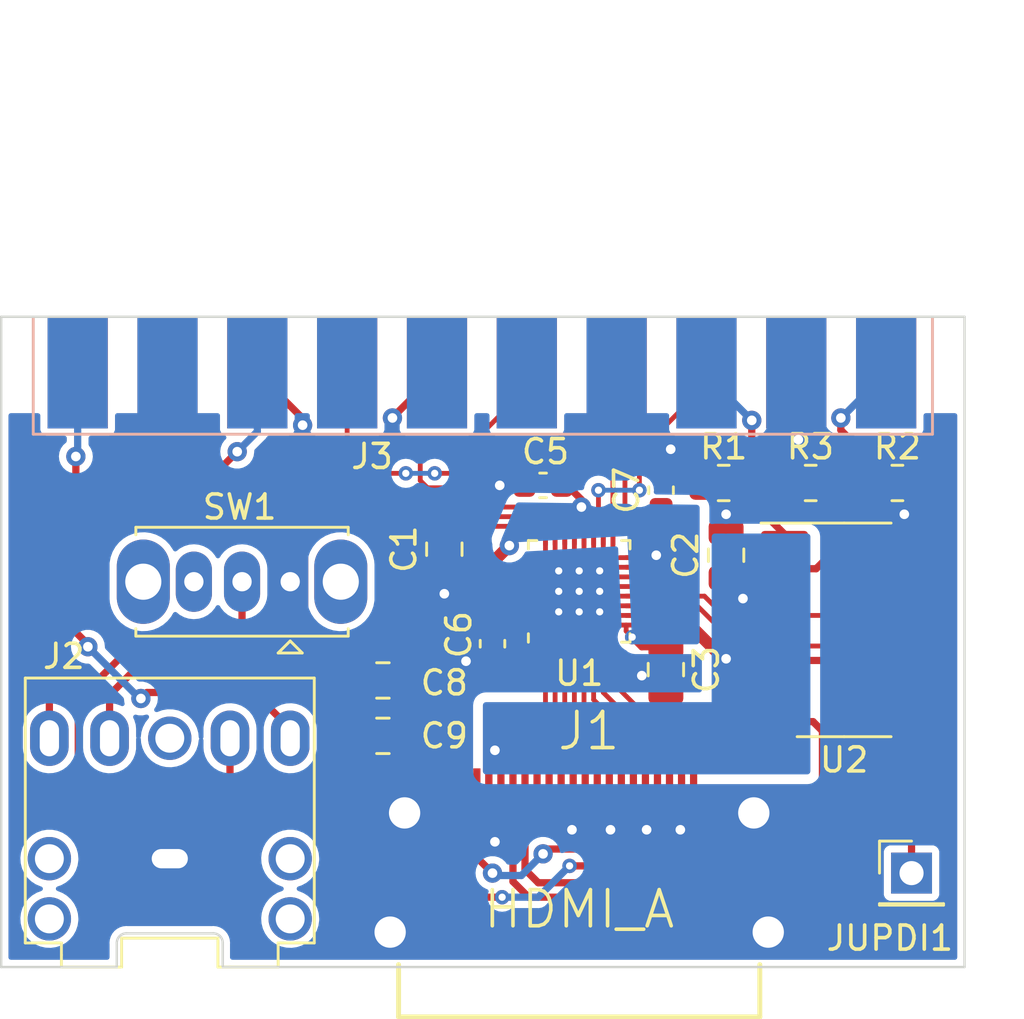
<source format=kicad_pcb>
(kicad_pcb (version 20211014) (generator pcbnew)
  (layers (0 "F.Cu" signal) (31 "B.Cu" signal) (34 "B.Paste" user) (35 "F.Paste" user) (36 "B.SilkS" user "B.Silkscreen") (37 "F.SilkS" user "F.Silkscreen") (38 "B.Mask" user) (39 "F.Mask" user) (44 "Edge.Cuts" user))
  (net 0 "")
  (net 1 "GND")
  (net 2 "Net-(C1-Pad2)")
  (net 3 "+5V")
  (net 4 "+3.3V")
  (net 5 "Net-(C8-Pad1)")
  (net 6 "Net-(C8-Pad2)")
  (net 7 "Net-(C9-Pad1)")
  (net 8 "Net-(C9-Pad2)")
  (net 9 "Net-(J1-Pad1)")
  (net 10 "Net-(J1-Pad3)")
  (net 11 "Net-(J1-Pad4)")
  (net 12 "Net-(J1-Pad6)")
  (net 13 "Net-(J1-Pad7)")
  (net 14 "Net-(J1-Pad9)")
  (net 15 "Net-(J1-Pad10)")
  (net 16 "Net-(J1-Pad12)")
  (net 19 "/SCL")
  (net 20 "/SDA")
  (net 21 "/HPD")
  (net 22 "/RIGHT")
  (net 23 "/LEFT")
  (net 26 "/B")
  (net 29 "/G")
  (net 31 "/R")
  (net 32 "Net-(J3-Pad16)")
  (net 34 "/CSYNC")
  (net 35 "Net-(JUPDI1-Pad1)")
  (net 36 "Net-(R3-Pad1)")
  (net 37 "/60Hz")
  (net 39 "/VSYNC")
  (net 40 "/HSYNC")
  (footprint "Connector_PinHeader_2.54mm:PinHeader_1x01_P2.54mm_Vertical" (layer "F.Cu") (at 163.8 95.1)
    (fp_text reference "JUPDI1" (at -0.9 2.7) (layer "F.SilkS"))
    (fp_text value "Conn_01x01")
    (pad "1" thru_hole rect (at 0 0) (size 1.7 1.7) (drill 1) (layers *.Cu *.Mask) (net 35 "Net-(JUPDI1-Pad1)"))
  )
  (footprint "Package_SO:SOIC-14_3.9x8.7mm_P1.27mm" (layer "F.Cu") (at 161 85)
    (fp_text reference "U2" (at 0 5.4) (layer "F.SilkS"))
    (fp_text value "ATtiny1604-SS")
    (pad "1" smd roundrect (at -2.475 -3.81) (size 1.95 0.6) (layers "F.Cu" "F.Paste" "F.Mask") (net 3 "+5V"))
    (pad "2" smd roundrect (at -2.475 -2.54) (size 1.95 0.6) (layers "F.Cu" "F.Paste" "F.Mask") (net 36 "Net-(R3-Pad1)"))
    (pad "3" smd roundrect (at -2.475 -1.27) (size 1.95 0.6) (layers "F.Cu" "F.Paste" "F.Mask"))
    (pad "4" smd roundrect (at -2.475 0) (size 1.95 0.6) (layers "F.Cu" "F.Paste" "F.Mask"))
    (pad "5" smd roundrect (at -2.475 1.27) (size 1.95 0.6) (layers "F.Cu" "F.Paste" "F.Mask") (net 37 "/60Hz"))
    (pad "6" smd roundrect (at -2.475 2.54) (size 1.95 0.6) (layers "F.Cu" "F.Paste" "F.Mask"))
    (pad "7" smd roundrect (at -2.475 3.81) (size 1.95 0.6) (layers "F.Cu" "F.Paste" "F.Mask") (net 21 "/HPD"))
    (pad "8" smd roundrect (at 2.475 3.81) (size 1.95 0.6) (layers "F.Cu" "F.Paste" "F.Mask") (net 20 "/SDA"))
    (pad "9" smd roundrect (at 2.475 2.54) (size 1.95 0.6) (layers "F.Cu" "F.Paste" "F.Mask") (net 19 "/SCL"))
    (pad "10" smd roundrect (at 2.475 1.27) (size 1.95 0.6) (layers "F.Cu" "F.Paste" "F.Mask") (net 35 "Net-(JUPDI1-Pad1)"))
    (pad "11" smd roundrect (at 2.475 0) (size 1.95 0.6) (layers "F.Cu" "F.Paste" "F.Mask") (net 39 "/VSYNC"))
    (pad "12" smd roundrect (at 2.475 -1.27) (size 1.95 0.6) (layers "F.Cu" "F.Paste" "F.Mask") (net 40 "/HSYNC"))
    (pad "13" smd roundrect (at 2.475 -2.54) (size 1.95 0.6) (layers "F.Cu" "F.Paste" "F.Mask"))
    (pad "14" smd roundrect (at 2.475 -3.81) (size 1.95 0.6) (layers "F.Cu" "F.Paste" "F.Mask") (net 1 "GND"))
  )
  (footprint "Capacitor_SMD:C_0805_2012Metric" (layer "F.Cu") (at 156.1 81.9 90)
    (fp_text reference "C2" (at 0 -1.68 90) (layer "F.SilkS"))
    (fp_text value "10uF")
    (pad "1" smd roundrect (at -0.95 0 90) (size 1 1.45) (layers "F.Cu" "F.Paste" "F.Mask") (net 3 "+5V"))
    (pad "2" smd roundrect (at 0.95 0 90) (size 1 1.45) (layers "F.Cu" "F.Paste" "F.Mask") (net 1 "GND"))
  )
  (footprint "footprints:QFN-32-1EP_4x4mm_P0.4mm_EP2.65x2.65mm_BigVias" (layer "F.Cu") (at 150 83.4 90)
    (fp_text reference "U1" (at -3.4 0 180) (layer "F.SilkS"))
    (fp_text value "CS5213")
    (pad "1" smd custom (at -1.95 -1.4 90) (size 0.129289 0.129289) (layers "F.Cu" "F.Paste" "F.Mask") (net 16 "Net-(J1-Pad12)") (options (clearance outline) (anchor circle)) (primitives (gr_poly (pts (xy 0.35 0.020711) (xy 0.35 0.05) (xy -0.35 0.05) (xy -0.35 -0.05) (xy 0.279289 -0.05)) (width 0.1) (fill yes))))
    (pad "2" smd roundrect (at -1.95 -1 90) (size 0.8 0.2) (layers "F.Cu" "F.Paste" "F.Mask") (net 15 "Net-(J1-Pad10)"))
    (pad "3" smd roundrect (at -1.95 -0.6 90) (size 0.8 0.2) (layers "F.Cu" "F.Paste" "F.Mask") (net 14 "Net-(J1-Pad9)"))
    (pad "4" smd roundrect (at -1.95 -0.2 90) (size 0.8 0.2) (layers "F.Cu" "F.Paste" "F.Mask") (net 13 "Net-(J1-Pad7)"))
    (pad "5" smd roundrect (at -1.95 0.2 90) (size 0.8 0.2) (layers "F.Cu" "F.Paste" "F.Mask") (net 12 "Net-(J1-Pad6)"))
    (pad "6" smd roundrect (at -1.95 0.6 90) (size 0.8 0.2) (layers "F.Cu" "F.Paste" "F.Mask") (net 11 "Net-(J1-Pad4)"))
    (pad "7" smd roundrect (at -1.95 1 90) (size 0.8 0.2) (layers "F.Cu" "F.Paste" "F.Mask") (net 10 "Net-(J1-Pad3)"))
    (pad "8" smd custom (at -1.95 1.4 90) (size 0.129289 0.129289) (layers "F.Cu" "F.Paste" "F.Mask") (net 9 "Net-(J1-Pad1)") (options (clearance outline) (anchor circle)) (primitives (gr_poly (pts (xy 0.35 -0.020711) (xy 0.279289 0.05) (xy -0.35 0.05) (xy -0.35 -0.05) (xy 0.35 -0.05)) (width 0.1) (fill yes))))
    (pad "9" smd custom (at -1.4 1.95 90) (size 0.129289 0.129289) (layers "F.Cu" "F.Paste" "F.Mask") (net 4 "+3.3V") (options (clearance outline) (anchor circle)) (primitives (gr_poly (pts (xy 0.05 0.35) (xy -0.05 0.35) (xy -0.05 -0.279289) (xy 0.020711 -0.35) (xy 0.05 -0.35)) (width 0.1) (fill yes))))
    (pad "10" smd roundrect (at -1 1.95 90) (size 0.2 0.8) (layers "F.Cu" "F.Paste" "F.Mask") (net 3 "+5V"))
    (pad "11" smd roundrect (at -0.6 1.95 90) (size 0.2 0.8) (layers "F.Cu" "F.Paste" "F.Mask") (net 39 "/VSYNC"))
    (pad "12" smd roundrect (at -0.2 1.95 90) (size 0.2 0.8) (layers "F.Cu" "F.Paste" "F.Mask") (net 40 "/HSYNC"))
    (pad "13" smd roundrect (at 0.2 1.95 90) (size 0.2 0.8) (layers "F.Cu" "F.Paste" "F.Mask"))
    (pad "14" smd roundrect (at 0.6 1.95 90) (size 0.2 0.8) (layers "F.Cu" "F.Paste" "F.Mask"))
    (pad "15" smd roundrect (at 1 1.95 90) (size 0.2 0.8) (layers "F.Cu" "F.Paste" "F.Mask") (net 4 "+3.3V"))
    (pad "16" smd custom (at 1.4 1.95 90) (size 0.129289 0.129289) (layers "F.Cu" "F.Paste" "F.Mask") (net 4 "+3.3V") (options (clearance outline) (anchor circle)) (primitives (gr_poly (pts (xy 0.05 -0.279289) (xy 0.05 0.35) (xy -0.05 0.35) (xy -0.05 -0.35) (xy -0.020711 -0.35)) (width 0.1) (fill yes))))
    (pad "17" smd custom (at 1.95 1.4 90) (size 0.129289 0.129289) (layers "F.Cu" "F.Paste" "F.Mask") (net 26 "/B") (options (clearance outline) (anchor circle)) (primitives (gr_poly (pts (xy 0.35 0.05) (xy -0.279289 0.05) (xy -0.35 -0.020711) (xy -0.35 -0.05) (xy 0.35 -0.05)) (width 0.1) (fill yes))))
    (pad "18" smd roundrect (at 1.95 1 90) (size 0.8 0.2) (layers "F.Cu" "F.Paste" "F.Mask") (net 29 "/G"))
    (pad "19" smd roundrect (at 1.95 0.6 90) (size 0.8 0.2) (layers "F.Cu" "F.Paste" "F.Mask") (net 31 "/R"))
    (pad "20" smd roundrect (at 1.95 0.2 90) (size 0.8 0.2) (layers "F.Cu" "F.Paste" "F.Mask") (net 4 "+3.3V"))
    (pad "21" smd roundrect (at 1.95 -0.2 90) (size 0.8 0.2) (layers "F.Cu" "F.Paste" "F.Mask") (net 4 "+3.3V"))
    (pad "22" smd roundrect (at 1.95 -0.6 90) (size 0.8 0.2) (layers "F.Cu" "F.Paste" "F.Mask") (net 5 "Net-(C8-Pad1)"))
    (pad "23" smd roundrect (at 1.95 -1 90) (size 0.8 0.2) (layers "F.Cu" "F.Paste" "F.Mask") (net 2 "Net-(C1-Pad2)"))
    (pad "24" smd custom (at 1.95 -1.4 90) (size 0.129289 0.129289) (layers "F.Cu" "F.Paste" "F.Mask") (net 7 "Net-(C9-Pad1)") (options (clearance outline) (anchor circle)) (primitives (gr_poly (pts (xy 0.35 0.05) (xy -0.35 0.05) (xy -0.35 0.020711) (xy -0.279289 -0.05) (xy 0.35 -0.05)) (width 0.1) (fill yes))))
    (pad "25" smd custom (at 1.4 -1.95 90) (size 0.129289 0.129289) (layers "F.Cu" "F.Paste" "F.Mask") (options (clearance outline) (anchor circle)) (primitives (gr_poly (pts (xy 0.05 0.279289) (xy -0.020711 0.35) (xy -0.05 0.35) (xy -0.05 -0.35) (xy 0.05 -0.35)) (width 0.1) (fill yes))))
    (pad "26" smd roundrect (at 1 -1.95 90) (size 0.2 0.8) (layers "F.Cu" "F.Paste" "F.Mask"))
    (pad "27" smd roundrect (at 0.6 -1.95 90) (size 0.2 0.8) (layers "F.Cu" "F.Paste" "F.Mask"))
    (pad "28" smd roundrect (at 0.2 -1.95 90) (size 0.2 0.8) (layers "F.Cu" "F.Paste" "F.Mask"))
    (pad "29" smd roundrect (at -0.2 -1.95 90) (size 0.2 0.8) (layers "F.Cu" "F.Paste" "F.Mask"))
    (pad "30" smd roundrect (at -0.6 -1.95 90) (size 0.2 0.8) (layers "F.Cu" "F.Paste" "F.Mask"))
    (pad "31" smd roundrect (at -1 -1.95 90) (size 0.2 0.8) (layers "F.Cu" "F.Paste" "F.Mask"))
    (pad "32" smd custom (at -1.4 -1.95 90) (size 0.129289 0.129289) (layers "F.Cu" "F.Paste" "F.Mask") (net 4 "+3.3V") (options (clearance outline) (anchor circle)) (primitives (gr_poly (pts (xy 0.05 0.35) (xy 0.020711 0.35) (xy -0.05 0.279289) (xy -0.05 -0.35) (xy 0.05 -0.35)) (width 0.1) (fill yes))))
    (pad "33" thru_hole circle (at 0.85 0.85 90) (size 0.5 0.5) (drill 0.3) (layers *.Cu) (net 1 "GND"))
    (pad "33" thru_hole circle (at 0.85 0 90) (size 0.5 0.5) (drill 0.3) (layers *.Cu) (net 1 "GND"))
    (pad "33" thru_hole circle (at -0.85 -0.85 90) (size 0.5 0.5) (drill 0.3) (layers *.Cu) (net 1 "GND"))
    (pad "33" smd rect (at 0 0 90) (size 2.65 2.65) (layers "F.Cu" "F.Mask") (net 1 "GND"))
    (pad "33" thru_hole circle (at -0.85 0.85 90) (size 0.5 0.5) (drill 0.3) (layers *.Cu) (net 1 "GND"))
    (pad "33" thru_hole circle (at 0.85 -0.85 90) (size 0.5 0.5) (drill 0.3) (layers *.Cu) (net 1 "GND"))
    (pad "33" smd rect (at 0 0 90) (size 2.2 2.2) (layers "B.Cu") (net 1 "GND"))
    (pad "33" thru_hole circle (at 0 -0.85 90) (size 0.5 0.5) (drill 0.3) (layers *.Cu) (net 1 "GND"))
    (pad "33" thru_hole circle (at 0 0.85 90) (size 0.5 0.5) (drill 0.3) (layers *.Cu) (net 1 "GND"))
    (pad "33" thru_hole circle (at 0 0 90) (size 0.5 0.5) (drill 0.3) (layers *.Cu) (net 1 "GND"))
    (pad "33" thru_hole circle (at -0.85 0 90) (size 0.5 0.5) (drill 0.3) (layers *.Cu) (net 1 "GND"))
  )
  (footprint "footprints:FCI_10029449-11-5B13-5DRLF" (layer "F.Cu") (at 150 92.6)
    (fp_text reference "J1" (at 0.4 -3.4) (layer "F.SilkS") (effects (font (size 1.5 1.5))))
    (fp_text value "HDMI_A" (at 0 4) (layer "F.SilkS") (effects (font (size 1.5 1.5))))
    (pad "1" smd rect (at 4.75 -0.9) (size 0.3 1.9) (layers "F.Cu" "F.Paste" "F.Mask") (net 9 "Net-(J1-Pad1)"))
    (pad "2" smd rect (at 4.25 -0.9) (size 0.3 1.9) (layers "F.Cu" "F.Paste" "F.Mask") (net 1 "GND"))
    (pad "3" smd rect (at 3.75 -0.9) (size 0.3 1.9) (layers "F.Cu" "F.Paste" "F.Mask") (net 10 "Net-(J1-Pad3)"))
    (pad "4" smd rect (at 3.25 -0.9) (size 0.3 1.9) (layers "F.Cu" "F.Paste" "F.Mask") (net 11 "Net-(J1-Pad4)"))
    (pad "5" smd rect (at 2.75 -0.9) (size 0.3 1.9) (layers "F.Cu" "F.Paste" "F.Mask") (net 1 "GND"))
    (pad "6" smd rect (at 2.25 -0.9) (size 0.3 1.9) (layers "F.Cu" "F.Paste" "F.Mask") (net 12 "Net-(J1-Pad6)"))
    (pad "7" smd rect (at 1.75 -0.9) (size 0.3 1.9) (layers "F.Cu" "F.Paste" "F.Mask") (net 13 "Net-(J1-Pad7)"))
    (pad "8" smd rect (at 1.25 -0.9) (size 0.3 1.9) (layers "F.Cu" "F.Paste" "F.Mask") (net 1 "GND"))
    (pad "9" smd rect (at 0.75 -0.9) (size 0.3 1.9) (layers "F.Cu" "F.Paste" "F.Mask") (net 14 "Net-(J1-Pad9)"))
    (pad "10" smd rect (at 0.25 -0.9) (size 0.3 1.9) (layers "F.Cu" "F.Paste" "F.Mask") (net 15 "Net-(J1-Pad10)"))
    (pad "11" smd rect (at -0.25 -0.9) (size 0.3 1.9) (layers "F.Cu" "F.Paste" "F.Mask") (net 1 "GND"))
    (pad "12" smd rect (at -0.75 -0.9) (size 0.3 1.9) (layers "F.Cu" "F.Paste" "F.Mask") (net 16 "Net-(J1-Pad12)"))
    (pad "13" smd rect (at -1.25 -0.9) (size 0.3 1.9) (layers "F.Cu" "F.Paste" "F.Mask"))
    (pad "14" smd rect (at -1.75 -0.9) (size 0.3 1.9) (layers "F.Cu" "F.Paste" "F.Mask"))
    (pad "15" smd rect (at -2.25 -0.9) (size 0.3 1.9) (layers "F.Cu" "F.Paste" "F.Mask") (net 19 "/SCL"))
    (pad "16" smd rect (at -2.75 -0.9) (size 0.3 1.9) (layers "F.Cu" "F.Paste" "F.Mask") (net 20 "/SDA"))
    (pad "17" smd rect (at -3.25 -0.9) (size 0.3 1.9) (layers "F.Cu" "F.Paste" "F.Mask") (net 1 "GND"))
    (pad "18" smd rect (at -3.75 -0.9) (size 0.3 1.9) (layers "F.Cu" "F.Paste" "F.Mask") (net 3 "+5V"))
    (pad "19" smd rect (at -4.25 -0.9) (size 0.3 1.9) (layers "F.Cu" "F.Paste" "F.Mask") (net 21 "/HPD"))
    (pad "SH" thru_hole circle (at -7.85 4.95) (size 2 2) (drill 1.3) (layers *.Cu *.Mask) (net 1 "GND"))
    (pad "SH" thru_hole circle (at 7.85 4.95) (size 2 2) (drill 1.3) (layers *.Cu *.Mask) (net 1 "GND"))
    (pad "SH" thru_hole circle (at 7.25 0) (size 2 2) (drill 1.3) (layers *.Cu *.Mask) (net 1 "GND"))
    (pad "SH" thru_hole circle (at -7.25 0) (size 2 2) (drill 1.3) (layers *.Cu *.Mask) (net 1 "GND"))
  )
  (footprint "Resistor_SMD:R_0805_2012Metric" (layer "F.Cu") (at 156 78.9)
    (fp_text reference "R1" (at 0 -1.5) (layer "F.SilkS"))
    (fp_text value "180")
    (pad "1" smd roundrect (at -0.9125 0) (size 1.025 1.4) (layers "F.Cu" "F.Paste" "F.Mask") (roundrect_rratio 0.243902) (net 32 "Net-(J3-Pad16)"))
    (pad "2" smd roundrect (at 0.9125 0) (size 1.025 1.4) (layers "F.Cu" "F.Paste" "F.Mask") (roundrect_rratio 0.243902) (net 3 "+5V"))
  )
  (footprint "Capacitor_SMD:C_0603_1608Metric" (layer "F.Cu") (at 153.4 79.2 90)
    (fp_text reference "C7" (at 0 -1.43 90) (layer "F.SilkS"))
    (fp_text value "100nF")
    (pad "1" smd roundrect (at -0.775 0 90) (size 0.9 0.95) (layers "F.Cu" "F.Paste" "F.Mask") (net 4 "+3.3V"))
    (pad "2" smd roundrect (at 0.775 0 90) (size 0.9 0.95) (layers "F.Cu" "F.Paste" "F.Mask") (net 1 "GND"))
  )
  (footprint "Capacitor_SMD:C_0805_2012Metric" (layer "F.Cu") (at 153.6 86.65 -90)
    (fp_text reference "C3" (at 0 -1.68 90) (layer "F.SilkS"))
    (fp_text value "10uF")
    (pad "1" smd roundrect (at -0.95 0 270) (size 1 1.45) (layers "F.Cu" "F.Paste" "F.Mask") (net 4 "+3.3V"))
    (pad "2" smd roundrect (at 0.95 0 270) (size 1 1.45) (layers "F.Cu" "F.Paste" "F.Mask") (net 1 "GND"))
  )
  (footprint "Button_Switch_THT:SW_Slide_1P2T_CK_OS102011MS2Q" (layer "F.Cu") (at 138 83 180)
    (fp_text reference "SW1" (at 2.1 3.1) (layer "F.SilkS"))
    (fp_text value "0S102011MS2QN1")
    (pad "" thru_hole oval (at 6.1 0 180) (size 2.2 3.5) (drill 1.5) (layers *.Cu *.Mask))
    (pad "" thru_hole oval (at -2.1 0 180) (size 2.2 3.5) (drill 1.5) (layers *.Cu *.Mask))
    (pad "1" thru_hole rect (at 0 0 180) (size 1.5 2.5) (drill 0.8) (layers *.Cu *.Mask) (net 1 "GND"))
    (pad "2" thru_hole oval (at 2 0 180) (size 1.5 2.5) (drill 0.8) (layers *.Cu *.Mask) (net 37 "/60Hz"))
    (pad "3" thru_hole oval (at 4 0 180) (size 1.5 2.5) (drill 0.8) (layers *.Cu *.Mask))
  )
  (footprint "footprints:audio_jack" (layer "F.Cu") (at 133 94.5 90)
    (fp_text reference "J2" (at 8.4 -4.4 unlocked) (layer "F.SilkS"))
    (fp_text value "SJ1-3525NG")
    (pad "" thru_hole circle (at -2.5 -5 90) (size 1.8 1.8) (drill 1.2) (layers *.Cu *.Mask))
    (pad "" thru_hole circle (at 0 5 90) (size 1.8 1.8) (drill 1.2) (layers *.Cu *.Mask))
    (pad "" thru_hole circle (at 5 0 90) (size 1.8 1.8) (drill 1.2) (layers *.Cu *.Mask))
    (pad "" thru_hole circle (at -2.5 5 90) (size 1.8 1.8) (drill 1.2) (layers *.Cu *.Mask))
    (pad "" thru_hole circle (at 0 -5 90) (size 1.8 1.8) (drill 1.2) (layers *.Cu *.Mask))
    (pad "R" thru_hole oval (at 5 -5 90) (size 2.3 1.6) (drill oval 1.5 0.8) (layers *.Cu *.Mask) (net 22 "/RIGHT"))
    (pad "RN" thru_hole oval (at 5 -2.5 90) (size 2.3 1.6) (drill oval 1.5 0.8) (layers *.Cu *.Mask) (net 6 "Net-(C8-Pad2)"))
    (pad "S" thru_hole oval (at 0 0 90) (size 1.6 2.3) (drill oval 0.8 1.5) (layers *.Cu *.Mask) (net 1 "GND"))
    (pad "T" thru_hole oval (at 5 5 90) (size 2.3 1.6) (drill oval 1.5 0.8) (layers *.Cu *.Mask) (net 23 "/LEFT"))
    (pad "TN" thru_hole oval (at 5 2.5 90) (size 2.3 1.6) (drill oval 1.5 0.8) (layers *.Cu *.Mask) (net 8 "Net-(C9-Pad2)"))
  )
  (footprint "Capacitor_SMD:C_0603_1608Metric" (layer "F.Cu") (at 148.5 79 180)
    (fp_text reference "C5" (at -0.1 1.4) (layer "F.SilkS"))
    (fp_text value "100nF")
    (pad "1" smd roundrect (at -0.775 0 180) (size 0.9 0.95) (layers "F.Cu" "F.Paste" "F.Mask") (net 4 "+3.3V"))
    (pad "2" smd roundrect (at 0.775 0 180) (size 0.9 0.95) (layers "F.Cu" "F.Paste" "F.Mask") (net 1 "GND"))
  )
  (footprint "Capacitor_SMD:C_0805_2012Metric" (layer "F.Cu") (at 144.4 81.65 90)
    (fp_text reference "C1" (at 0 -1.68 90) (layer "F.SilkS"))
    (fp_text value "10uF")
    (pad "1" smd roundrect (at -0.95 0 90) (size 1 1.45) (layers "F.Cu" "F.Paste" "F.Mask") (net 1 "GND"))
    (pad "2" smd roundrect (at 0.95 0 90) (size 1 1.45) (layers "F.Cu" "F.Paste" "F.Mask") (net 2 "Net-(C1-Pad2)"))
  )
  (footprint "Resistor_SMD:R_0805_2012Metric" (layer "F.Cu") (at 159.6125 78.9)
    (fp_text reference "R3" (at -0.0125 -1.5) (layer "F.SilkS"))
    (fp_text value "470")
    (pad "1" smd roundrect (at -0.9125 0) (size 1.025 1.4) (layers "F.Cu" "F.Paste" "F.Mask") (roundrect_rratio 0.243902) (net 36 "Net-(R3-Pad1)"))
    (pad "2" smd roundrect (at 0.9125 0) (size 1.025 1.4) (layers "F.Cu" "F.Paste" "F.Mask") (roundrect_rratio 0.243902) (net 34 "/CSYNC"))
  )
  (footprint "Capacitor_SMD:C_0805_2012Metric" (layer "F.Cu") (at 141.85 87.1 180)
    (fp_text reference "C8" (at -2.55 -0.1) (layer "F.SilkS"))
    (fp_text value "10uF")
    (pad "1" smd roundrect (at -0.95 0 180) (size 1 1.45) (layers "F.Cu" "F.Paste" "F.Mask") (net 5 "Net-(C8-Pad1)"))
    (pad "2" smd roundrect (at 0.95 0 180) (size 1 1.45) (layers "F.Cu" "F.Paste" "F.Mask") (net 6 "Net-(C8-Pad2)"))
  )
  (footprint "Capacitor_SMD:C_0603_1608Metric" (layer "F.Cu") (at 146.4 85.575 -90)
    (fp_text reference "C6" (at -0.375 1.4 90) (layer "F.SilkS"))
    (fp_text value "100nF")
    (pad "1" smd roundrect (at -0.775 0 270) (size 0.9 0.95) (layers "F.Cu" "F.Paste" "F.Mask") (net 4 "+3.3V"))
    (pad "2" smd roundrect (at 0.775 0 270) (size 0.9 0.95) (layers "F.Cu" "F.Paste" "F.Mask") (net 1 "GND"))
  )
  (footprint "Resistor_SMD:R_0805_2012Metric" (layer "F.Cu") (at 163.2125 78.9)
    (fp_text reference "R2" (at 0 -1.5) (layer "F.SilkS"))
    (fp_text value "100")
    (pad "1" smd roundrect (at -0.9125 0) (size 1.025 1.4) (layers "F.Cu" "F.Paste" "F.Mask") (roundrect_rratio 0.243902) (net 34 "/CSYNC"))
    (pad "2" smd roundrect (at 0.9125 0) (size 1.025 1.4) (layers "F.Cu" "F.Paste" "F.Mask") (roundrect_rratio 0.243902) (net 1 "GND"))
  )
  (footprint "Capacitor_SMD:C_0805_2012Metric" (layer "F.Cu") (at 141.85 89.4 180)
    (fp_text reference "C9" (at -2.55 0) (layer "F.SilkS"))
    (fp_text value "10uF")
    (pad "1" smd roundrect (at -0.95 0 180) (size 1 1.45) (layers "F.Cu" "F.Paste" "F.Mask") (net 7 "Net-(C9-Pad1)"))
    (pad "2" smd roundrect (at 0.95 0 180) (size 1 1.45) (layers "F.Cu" "F.Paste" "F.Mask") (net 8 "Net-(C9-Pad2)"))
  )
  (footprint "footprints:SCART_Edge_mount" (layer "B.Cu") (at 144.095 59.0955 180)
    (fp_text reference "J3" (at 2.695 -18.7045) (layer "F.SilkS"))
    (fp_text value "SCART-M")
    (pad "1" smd rect (at 14.92 -15.24) (size 2.5 4.6) (layers "F.Cu" "F.Mask"))
    (pad "2" smd rect (at 14.92 -15.24) (size 2.5 4.6) (layers "B.Cu" "B.Mask") (net 22 "/RIGHT"))
    (pad "3" smd rect (at 11.19 -15.24) (size 2.5 4.6) (layers "F.Cu" "F.Mask"))
    (pad "4" smd rect (at 11.19 -15.24) (size 2.5 4.6) (layers "B.Cu" "B.Mask") (net 1 "GND"))
    (pad "5" smd rect (at 7.46 -15.24) (size 2.5 4.6) (layers "F.Cu" "F.Mask") (net 1 "GND"))
    (pad "6" smd rect (at 7.46 -15.24) (size 2.5 4.6) (layers "B.Cu" "B.Mask") (net 23 "/LEFT"))
    (pad "7" smd rect (at 3.73 -15.24) (size 2.5 4.6) (layers "F.Cu" "F.Mask") (net 26 "/B"))
    (pad "8" smd rect (at 3.73 -15.24) (size 2.5 4.6) (layers "B.Cu" "B.Mask"))
    (pad "9" smd rect (at 0 -15.24) (size 2.5 4.6) (layers "F.Cu" "F.Mask") (net 1 "GND"))
    (pad "10" smd rect (at 0 -15.24) (size 2.5 4.6) (layers "B.Cu" "B.Mask"))
    (pad "11" smd rect (at -3.73 -15.24) (size 2.5 4.6) (layers "F.Cu" "F.Mask") (net 29 "/G"))
    (pad "12" smd rect (at -3.73 -15.24) (size 2.5 4.6) (layers "B.Cu" "B.Mask"))
    (pad "13" smd rect (at -7.46 -15.24) (size 2.5 4.6) (layers "F.Cu" "F.Mask") (net 1 "GND"))
    (pad "14" smd rect (at -7.46 -15.24) (size 2.5 4.6) (layers "B.Cu" "B.Mask") (net 1 "GND"))
    (pad "15" smd rect (at -11.19 -15.24) (size 2.5 4.6) (layers "F.Cu" "F.Mask") (net 31 "/R"))
    (pad "16" smd rect (at -11.19 -15.24) (size 2.5 4.6) (layers "B.Cu" "B.Mask") (net 32 "Net-(J3-Pad16)"))
    (pad "17" smd rect (at -14.92 -15.24) (size 2.5 4.6) (layers "F.Cu" "F.Mask") (net 1 "GND"))
    (pad "18" smd rect (at -14.92 -15.24) (size 2.5 4.6) (layers "B.Cu" "B.Mask") (net 1 "GND"))
    (pad "19" smd rect (at -18.65 -15.24) (size 2.5 4.6) (layers "F.Cu" "F.Mask"))
    (pad "20" smd rect (at -18.65 -15.24) (size 2.5 4.6) (layers "B.Cu" "B.Mask") (net 34 "/CSYNC"))
  )
  (gr_line (start 135.2 99) (end 135.2 98) (layer "Edge.Cuts") (width 0.1))
  (gr_line (start 134.8 97.6) (end 131.2 97.6) (layer "Edge.Cuts") (width 0.1))
  (gr_arc (start 130.8 98) (mid 130.917157 97.717157) (end 131.2 97.6) (layer "Edge.Cuts") (width 0.1))
  (gr_line (start 126 72) (end 166 72) (layer "Edge.Cuts") (width 0.1))
  (gr_line (start 130.8 99) (end 126 99) (layer "Edge.Cuts") (width 0.1))
  (gr_arc (start 134.8 97.6) (mid 135.082843 97.717157) (end 135.2 98) (layer "Edge.Cuts") (width 0.1))
  (gr_line (start 126 99) (end 126 72) (layer "Edge.Cuts") (width 0.1))
  (gr_line (start 130.8 98) (end 130.8 99) (layer "Edge.Cuts") (width 0.1))
  (gr_line (start 166 72) (end 166 99) (layer "Edge.Cuts") (width 0.1))
  (gr_line (start 135.2 99) (end 166 99) (layer "Edge.Cuts") (width 0.1))
  (segment (start 154.25 91.7) (end 154.25 93.25) (width 0.3) (layer "F.Cu") (net 1))
  (segment (start 138.515498 76.215998) (end 136.635 74.3355) (width 0.3) (layer "F.Cu") (net 1))
  (segment (start 142.245498 76.2) (end 142.245498 76.185002) (width 0.3) (layer "F.Cu") (net 1))
  (segment (start 146.7 79) (end 147.725 79) (width 0.3) (layer "F.Cu") (net 1))
  (segment (start 153.4 77.9) (end 153.4 78.425) (width 0.3) (layer "F.Cu") (net 1))
  (segment (start 145.35 86.35) (end 145.3 86.3) (width 0.3) (layer "F.Cu") (net 1))
  (segment (start 146.4 86.35) (end 145.35 86.35) (width 0.3) (layer "F.Cu") (net 1))
  (segment (start 151.25 93.25) (end 151.3 93.3) (width 0.3) (layer "F.Cu") (net 1))
  (segment (start 163.5 80.2) (end 163.5 79.525) (width 0.3) (layer "F.Cu") (net 1))
  (segment (start 138.515498 76.5) (end 138.515498 76.215998) (width 0.3) (layer "F.Cu") (net 1))
  (segment (start 152.6 86.9) (end 153.3 87.6) (width 0.3) (layer "F.Cu") (net 1))
  (segment (start 144.4 82.6) (end 144.4 83.5) (width 0.2) (layer "F.Cu") (net 1))
  (segment (start 163.475 80.225) (end 163.5 80.2) (width 0.3) (layer "F.Cu") (net 1))
  (segment (start 153.3 87.6) (end 153.6 87.6) (width 0.3) (layer "F.Cu") (net 1))
  (segment (start 159.015 77.015) (end 159.1 77.1) (width 0.3) (layer "F.Cu") (net 1))
  (segment (start 149.75 93.25) (end 149.7 93.3) (width 0.3) (layer "F.Cu") (net 1))
  (segment (start 156.1 80.95) (end 156.1 80.2) (width 0.3) (layer "F.Cu") (net 1))
  (segment (start 142.245498 76.185002) (end 144.095 74.3355) (width 0.3) (layer "F.Cu") (net 1))
  (segment (start 163.475 81.19) (end 163.475 80.225) (width 0.3) (layer "F.Cu") (net 1))
  (segment (start 146.75 93.5505) (end 146.5005 93.8) (width 0.3) (layer "F.Cu") (net 1))
  (segment (start 149.75 91.7) (end 149.75 93.25) (width 0.3) (layer "F.Cu") (net 1))
  (segment (start 154.25 93.25) (end 154.2 93.3) (width 0.3) (layer "F.Cu") (net 1))
  (segment (start 163.5 79.525) (end 164.125 78.9) (width 0.3) (layer "F.Cu") (net 1))
  (segment (start 153.8 77.5) (end 153.4 77.9) (width 0.3) (layer "F.Cu") (net 1))
  (segment (start 146.75 91.7) (end 146.75 93.5505) (width 0.3) (layer "F.Cu") (net 1))
  (segment (start 159.015 74.3355) (end 159.015 77.015) (width 0.3) (layer "F.Cu") (net 1))
  (segment (start 152.75 93.25) (end 152.8 93.3) (width 0.3) (layer "F.Cu") (net 1))
  (segment (start 152.75 91.7) (end 152.75 93.25) (width 0.3) (layer "F.Cu") (net 1))
  (segment (start 151.25 91.7) (end 151.25 93.25) (width 0.3) (layer "F.Cu") (net 1))
  (via (at 156.1 80.2) (size 0.8) (drill 0.4) (layers "F.Cu" "B.Cu") (net 1))
  (via (at 138.515498 76.5) (size 0.8) (drill 0.4) (layers "F.Cu" "B.Cu") (net 1))
  (via (at 151.3 93.3) (size 0.8) (drill 0.4) (layers "F.Cu" "B.Cu") (net 1))
  (via (at 163.5 80.2) (size 0.8) (drill 0.4) (layers "F.Cu" "B.Cu") (net 1))
  (via (at 154.2 93.3) (size 0.8) (drill 0.4) (layers "F.Cu" "B.Cu") (net 1))
  (via (at 152.8 93.3) (size 0.8) (drill 0.4) (layers "F.Cu" "B.Cu") (net 1))
  (via (at 153.8 77.5) (size 0.8) (drill 0.4) (layers "F.Cu" "B.Cu") (net 1))
  (via (at 146.5005 93.8) (size 0.8) (drill 0.4) (layers "F.Cu" "B.Cu") (net 1))
  (via (at 159.1 77.1) (size 0.8) (drill 0.4) (layers "F.Cu" "B.Cu") (net 1))
  (via (at 152.6 86.9) (size 0.8) (drill 0.4) (layers "F.Cu" "B.Cu") (net 1))
  (via (at 146.7 79) (size 0.8) (drill 0.4) (layers "F.Cu" "B.Cu") (net 1))
  (via (at 144.4 83.5) (size 0.8) (drill 0.4) (layers "F.Cu" "B.Cu") (net 1))
  (via (at 145.3 86.3) (size 0.8) (drill 0.4) (layers "F.Cu" "B.Cu") (net 1))
  (via (at 142.245498 76.2) (size 0.8) (drill 0.4) (layers "F.Cu" "B.Cu") (net 1))
  (via (at 149.7 93.3) (size 0.8) (drill 0.4) (layers "F.Cu" "B.Cu") (net 1))
  (segment (start 144.8 80.3) (end 144.4 80.7) (width 0.2) (layer "F.Cu") (net 2))
  (segment (start 149 81.45) (end 149 80.5) (width 0.2) (layer "F.Cu") (net 2))
  (segment (start 148.8 80.3) (end 144.8 80.3) (width 0.2) (layer "F.Cu") (net 2))
  (segment (start 149 80.5) (end 148.8 80.3) (width 0.2) (layer "F.Cu") (net 2))
  (segment (start 156 86.2) (end 154.4 84.6) (width 0.5) (layer "F.Cu") (net 3))
  (segment (start 152.8 84.4) (end 151.95 84.4) (width 0.2) (layer "F.Cu") (net 3))
  (segment (start 154.4 84.6) (end 153 84.6) (width 0.5) (layer "F.Cu") (net 3))
  (segment (start 146.25 90.25) (end 146.25 91.7392) (width 0.3) (layer "F.Cu") (net 3))
  (segment (start 146.5 90) (end 146.25 90.25) (width 0.3) (layer "F.Cu") (net 3))
  (segment (start 156.8 83.7005) (end 156.1 83.0005) (width 0.3) (layer "F.Cu") (net 3))
  (segment (start 156.1 86.2) (end 156 86.2) (width 0.5) (layer "F.Cu") (net 3))
  (segment (start 156.9125 79.4125) (end 158.525 81.025) (width 0.3) (layer "F.Cu") (net 3))
  (segment (start 156.15 82.85) (end 157.81 81.19) (width 0.3) (layer "F.Cu") (net 3))
  (segment (start 157.81 81.19) (end 158.525 81.19) (width 0.3) (layer "F.Cu") (net 3))
  (segment (start 158.525 81.025) (end 158.525 81.19) (width 0.3) (layer "F.Cu") (net 3))
  (segment (start 153 84.6) (end 152.8 84.4) (width 0.2) (layer "F.Cu") (net 3))
  (segment (start 156.9125 78.9) (end 156.9125 79.4125) (width 0.3) (layer "F.Cu") (net 3))
  (via (at 156.8 83.7005) (size 0.8) (drill 0.4) (layers "F.Cu" "B.Cu") (net 3))
  (via (at 146.5 90) (size 0.8) (drill 0.4) (layers "F.Cu" "B.Cu") (net 3))
  (via (at 156.1 86.2) (size 0.8) (drill 0.4) (layers "F.Cu" "B.Cu") (net 3))
  (segment (start 149.275 79) (end 149.5 79) (width 0.3) (layer "F.Cu") (net 4))
  (segment (start 153.4 79.975) (end 153.2 80.175) (width 0.3) (layer "F.Cu") (net 4))
  (segment (start 153.2 80.175) (end 153.2 81.9) (width 0.3) (layer "F.Cu") (net 4))
  (segment (start 150.092268 79.592268) (end 150.092268 79.899669) (width 0.3) (layer "F.Cu") (net 4))
  (segment (start 153.1 82) (end 153.2 81.9) (width 0.2) (layer "F.Cu") (net 4))
  (segment (start 150.2 80.007401) (end 150.2 81.45) (width 0.2) (layer "F.Cu") (net 4))
  (segment (start 146.4 84.8) (end 146.4 82.2) (width 0.5) (layer "F.Cu") (net 4))
  (segment (start 151.95 85.05) (end 152.2 85.3) (width 0.2) (layer "F.Cu") (net 4))
  (segment (start 149.8 80.191937) (end 149.8 81.45) (width 0.2) (layer "F.Cu") (net 4))
  (segment (start 151.95 84.8) (end 151.95 85.05) (width 0.2) (layer "F.Cu") (net 4))
  (segment (start 153.6 85.7) (end 152.6 85.7) (width 0.3) (layer "F.Cu") (net 4))
  (segment (start 152.6 85.7) (end 152.2 85.3) (width 0.3) (layer "F.Cu") (net 4))
  (segment (start 153.2 82.3) (end 153.2 81.9) (width 0.2) (layer "F.Cu") (net 4))
  (segment (start 148.05 84.8) (end 146.4 84.8) (width 0.2) (layer "F.Cu") (net 4))
  (segment (start 146.4 82.2) (end 147.1 81.5) (width 0.5) (layer "F.Cu") (net 4))
  (segment (start 151.95 82.4) (end 153.1 82.4) (width 0.2) (layer "F.Cu") (net 4))
  (segment (start 149.5 79) (end 150.092268 79.592268) (width 0.3) (layer "F.Cu") (net 4))
  (segment (start 150.2 80.2) (end 150 80) (width 0.2) (layer "F.Cu") (net 4))
  (segment (start 150.092268 79.899669) (end 150.2 80.007401) (width 0.2) (layer "F.Cu") (net 4))
  (segment (start 150.092268 79.899669) (end 149.8 80.191937) (width 0.2) (layer "F.Cu") (net 4))
  (segment (start 151.95 82) (end 153.1 82) (width 0.2) (layer "F.Cu") (net 4))
  (segment (start 153.1 82.4) (end 153.2 82.3) (width 0.2) (layer "F.Cu") (net 4))
  (via (at 153.2 81.9) (size 0.8) (drill 0.4) (layers "F.Cu" "B.Cu") (net 4))
  (via (at 147.1 81.5) (size 0.8) (drill 0.4) (layers "F.Cu" "B.Cu") (net 4))
  (via (at 152.2 85.3) (size 0.6) (drill 0.3) (layers "F.Cu" "B.Cu") (net 4))
  (via (at 150.092268 79.899669) (size 0.8) (drill 0.4) (layers "F.Cu" "B.Cu") (net 4))
  (segment (start 142.6 79.9) (end 142.6 85.6) (width 0.2) (layer "F.Cu") (net 5))
  (segment (start 149.4 80.2) (end 149.1 79.9) (width 0.2) (layer "F.Cu") (net 5))
  (segment (start 142.9 85.9) (end 142.9 87) (width 0.2) (layer "F.Cu") (net 5))
  (segment (start 142.9 87) (end 142.8 87.1) (width 0.2) (layer "F.Cu") (net 5))
  (segment (start 149.4 81.45) (end 149.4 80.2) (width 0.2) (layer "F.Cu") (net 5))
  (segment (start 149.1 79.9) (end 145.9 79.9) (width 0.2) (layer "F.Cu") (net 5))
  (segment (start 142.9 79.6) (end 142.6 79.9) (width 0.2) (layer "F.Cu") (net 5))
  (segment (start 145.6 79.6) (end 142.9 79.6) (width 0.2) (layer "F.Cu") (net 5))
  (segment (start 142.6 85.6) (end 142.9 85.9) (width 0.2) (layer "F.Cu") (net 5))
  (segment (start 145.9 79.9) (end 145.6 79.6) (width 0.2) (layer "F.Cu") (net 5))
  (segment (start 140.9 87.1) (end 140.5 86.7) (width 0.3) (layer "F.Cu") (net 6))
  (segment (start 131.5 86.7) (end 130.5 87.7) (width 0.3) (layer "F.Cu") (net 6))
  (segment (start 140.5 86.7) (end 131.5 86.7) (width 0.3) (layer "F.Cu") (net 6))
  (segment (start 130.5 87.7) (end 130.5 89.5) (width 0.3) (layer "F.Cu") (net 6))
  (segment (start 148.4 80.7) (end 148.6 80.9) (width 0.2) (layer "F.Cu") (net 7))
  (segment (start 146.1 80.7) (end 148.4 80.7) (width 0.2) (layer "F.Cu") (net 7))
  (segment (start 143.9 88.6) (end 143.9 85.4) (width 0.2) (layer "F.Cu") (net 7))
  (segment (start 145.7 81.1) (end 146.1 80.7) (width 0.2) (layer "F.Cu") (net 7))
  (segment (start 148.6 80.9) (end 148.6 81.45) (width 0.2) (layer "F.Cu") (net 7))
  (segment (start 142.8 89.4) (end 143.1 89.4) (width 0.2) (layer "F.Cu") (net 7))
  (segment (start 145.7 83.6) (end 145.7 81.1) (width 0.2) (layer "F.Cu") (net 7))
  (segment (start 143.9 85.4) (end 145.7 83.6) (width 0.2) (layer "F.Cu") (net 7))
  (segment (start 143.1 89.4) (end 143.9 88.6) (width 0.2) (layer "F.Cu") (net 7))
  (segment (start 138.8 91.7) (end 140.9 89.6) (width 0.3) (layer "F.Cu") (net 8))
  (segment (start 135.5 89.5) (end 135.5 91.1) (width 0.3) (layer "F.Cu") (net 8))
  (segment (start 140.9 89.6) (end 140.9 89.4) (width 0.3) (layer "F.Cu") (net 8))
  (segment (start 136.1 91.7) (end 138.8 91.7) (width 0.3) (layer "F.Cu") (net 8))
  (segment (start 135.5 91.1) (end 136.1 91.7) (width 0.3) (layer "F.Cu") (net 8))
  (segment (start 151.4 87.2) (end 154.75 90.55) (width 0.2) (layer "F.Cu") (net 9))
  (segment (start 151.4 85.35) (end 151.4 87.2) (width 0.2) (layer "F.Cu") (net 9))
  (segment (start 154.75 90.55) (end 154.75 91.7392) (width 0.2) (layer "F.Cu") (net 9))
  (segment (start 151 85.35) (end 151 87.6) (width 0.2) (layer "F.Cu") (net 10))
  (segment (start 153.75 90.35) (end 153.75 91.7392) (width 0.2) (layer "F.Cu") (net 10))
  (segment (start 151 87.6) (end 153.75 90.35) (width 0.2) (layer "F.Cu") (net 10))
  (segment (start 150.6 87.9) (end 153.25 90.55) (width 0.2) (layer "F.Cu") (net 11))
  (segment (start 150.6 85.35) (end 150.6 87.9) (width 0.2) (layer "F.Cu") (net 11))
  (segment (start 153.25 90.55) (end 153.25 91.7392) (width 0.2) (layer "F.Cu") (net 11))
  (segment (start 152.25 90.2) (end 152.25 91.7392) (width 0.2) (layer "F.Cu") (net 12))
  (segment (start 150.2 88.15) (end 152.25 90.2) (width 0.2) (layer "F.Cu") (net 12))
  (segment (start 150.2 85.35) (end 150.2 88.15) (width 0.2) (layer "F.Cu") (net 12))
  (segment (start 149.8 85.35) (end 149.8 88.5) (width 0.2) (layer "F.Cu") (net 13))
  (segment (start 149.8 88.5) (end 151.75 90.45) (width 0.2) (layer "F.Cu") (net 13))
  (segment (start 151.75 90.45) (end 151.75 91.7392) (width 0.2) (layer "F.Cu") (net 13))
  (segment (start 149.4 88.9) (end 150.75 90.25) (width 0.2) (layer "F.Cu") (net 14))
  (segment (start 150.75 90.25) (end 150.75 91.7392) (width 0.2) (layer "F.Cu") (net 14))
  (segment (start 149.4 85.35) (end 149.4 88.9) (width 0.2) (layer "F.Cu") (net 14))
  (segment (start 149 85.35) (end 149 89.3) (width 0.2) (layer "F.Cu") (net 15))
  (segment (start 149 89.3) (end 150.25 90.55) (width 0.2) (layer "F.Cu") (net 15))
  (segment (start 150.25 90.55) (end 150.25 91.7392) (width 0.2) (layer "F.Cu") (net 15))
  (segment (start 148.6 89.8) (end 149.25 90.45) (width 0.2) (layer "F.Cu") (net 16))
  (segment (start 148.6 85.35) (end 148.6 89.8) (width 0.2) (layer "F.Cu") (net 16))
  (segment (start 149.25 90.45) (end 149.25 91.7392) (width 0.2) (layer "F.Cu") (net 16))
  (segment (start 162.16 87.54) (end 163.475 87.54) (width 0.3) (layer "F.Cu") (net 19))
  (segment (start 161.4 93.1) (end 161.4 88.3) (width 0.3) (layer "F.Cu") (net 19))
  (segment (start 147.75 94.95) (end 148.3 95.5) (width 0.3) (layer "F.Cu") (net 19))
  (segment (start 161.4 88.3) (end 162.16 87.54) (width 0.3) (layer "F.Cu") (net 19))
  (segment (start 159 95.5) (end 161.4 93.1) (width 0.3) (layer "F.Cu") (net 19))
  (segment (start 147.75 91.7) (end 147.75 94.95) (width 0.3) (layer "F.Cu") (net 19))
  (segment (start 148.3 95.5) (end 159 95.5) (width 0.3) (layer "F.Cu") (net 19))
  (segment (start 147.9 96.1) (end 159.4 96.1) (width 0.3) (layer "F.Cu") (net 20))
  (segment (start 162.29 88.81) (end 163.475 88.81) (width 0.3) (layer "F.Cu") (net 20))
  (segment (start 162 89.1) (end 162.29 88.81) (width 0.3) (layer "F.Cu") (net 20))
  (segment (start 147.25 91.7) (end 147.25 95.45) (width 0.3) (layer "F.Cu") (net 20))
  (segment (start 159.4 96.1) (end 162 93.5) (width 0.3) (layer "F.Cu") (net 20))
  (segment (start 162 93.5) (end 162 89.1) (width 0.3) (layer "F.Cu") (net 20))
  (segment (start 147.25 95.45) (end 147.9 96.1) (width 0.3) (layer "F.Cu") (net 20))
  (segment (start 148.7 94.1) (end 158.3 94.1) (width 0.3) (layer "F.Cu") (net 21))
  (segment (start 158.3 94.1) (end 160.1 92.3) (width 0.3) (layer "F.Cu") (net 21))
  (segment (start 146.4 95.1) (end 145.75 94.45) (width 0.3) (layer "F.Cu") (net 21))
  (segment (start 160.1 89.2) (end 159.71 88.81) (width 0.3) (layer "F.Cu") (net 21))
  (segment (start 145.75 94.45) (end 145.75 91.7) (width 0.3) (layer "F.Cu") (net 21))
  (segment (start 160.1 92.3) (end 160.1 89.2) (width 0.3) (layer "F.Cu") (net 21))
  (segment (start 159.71 88.81) (end 158.525 88.81) (width 0.3) (layer "F.Cu") (net 21))
  (segment (start 148.5 94.3) (end 148.7 94.1) (width 0.3) (layer "F.Cu") (net 21))
  (via (at 146.4 95.1) (size 0.8) (drill 0.4) (layers "F.Cu" "B.Cu") (net 21))
  (via (at 148.5 94.3) (size 0.8) (drill 0.4) (layers "F.Cu" "B.Cu") (net 21))
  (segment (start 146.5 95.2) (end 147.6 95.2) (width 0.3) (layer "B.Cu") (net 21))
  (segment (start 146.4 95.1) (end 146.5 95.2) (width 0.3) (layer "B.Cu") (net 21))
  (segment (start 147.6 95.2) (end 148.5 94.3) (width 0.3) (layer "B.Cu") (net 21))
  (segment (start 128 89.5) (end 128 80.5) (width 0.3) (layer "F.Cu") (net 22))
  (segment (start 129.1 79.4) (end 129.1 77.8) (width 0.3) (layer "F.Cu") (net 22))
  (segment (start 128.7 79.8) (end 129.1 79.4) (width 0.3) (layer "F.Cu") (net 22))
  (segment (start 128 80.5) (end 128.7 79.8) (width 0.3) (layer "F.Cu") (net 22))
  (via (at 129.1 77.8) (size 0.8) (drill 0.4) (layers "F.Cu" "B.Cu") (net 22))
  (segment (start 129.175 77.725) (end 129.175 74.3355) (width 0.3) (layer "B.Cu") (net 22))
  (segment (start 129.1 77.8) (end 129.175 77.725) (width 0.3) (layer "B.Cu") (net 22))
  (segment (start 128.9 84.9) (end 128.9 80.9) (width 0.3) (layer "F.Cu") (net 23))
  (segment (start 130.3 79.5) (end 133.9 79.5) (width 0.3) (layer "F.Cu") (net 23))
  (segment (start 128.9 80.9) (end 130.3 79.5) (width 0.3) (layer "F.Cu") (net 23))
  (segment (start 136.5 87.6) (end 138 89.1) (width 0.3) (layer "F.Cu") (net 23))
  (segment (start 132.0495 87.6) (end 136.5 87.6) (width 0.3) (layer "F.Cu") (net 23))
  (segment (start 129.6 85.7) (end 129.6 85.6) (width 0.3) (layer "F.Cu") (net 23))
  (segment (start 131.8 87.8495) (end 132.0495 87.6) (width 0.3) (layer "F.Cu") (net 23))
  (segment (start 138 89.1) (end 138 89.5) (width 0.3) (layer "F.Cu") (net 23))
  (segment (start 133.9 79.5) (end 135.8 77.6) (width 0.3) (layer "F.Cu") (net 23))
  (segment (start 129.6 85.6) (end 128.9 84.9) (width 0.3) (layer "F.Cu") (net 23))
  (via (at 135.8 77.6) (size 0.8) (drill 0.4) (layers "F.Cu" "B.Cu") (net 23))
  (via (at 129.6 85.7) (size 0.8) (drill 0.4) (layers "F.Cu" "B.Cu") (net 23))
  (via (at 131.8 87.8495) (size 0.8) (drill 0.4) (layers "F.Cu" "B.Cu") (net 23))
  (segment (start 131.7495 87.8495) (end 131.8 87.8495) (width 0.3) (layer "B.Cu") (net 23))
  (segment (start 135.8 77.6) (end 136.635 76.765) (width 0.3) (layer "B.Cu") (net 23))
  (segment (start 129.6 85.7) (end 131.7495 87.8495) (width 0.3) (layer "B.Cu") (net 23))
  (segment (start 136.635 76.765) (end 136.635 74.3355) (width 0.3) (layer "B.Cu") (net 23))
  (segment (start 144 78.5) (end 145.2 78.5) (width 0.2) (layer "F.Cu") (net 26))
  (segment (start 145.2 78.5) (end 146.4 77.3) (width 0.2) (layer "F.Cu") (net 26))
  (segment (start 146.4 77.3) (end 151 77.3) (width 0.2) (layer "F.Cu") (net 26))
  (segment (start 151.4 80.9) (end 151.4 81.45) (width 0.2) (layer "F.Cu") (net 26))
  (segment (start 151.9 78.2) (end 151.9 80.4) (width 0.2) (layer "F.Cu") (net 26))
  (segment (start 151.9 80.4) (end 151.4 80.9) (width 0.2) (layer "F.Cu") (net 26))
  (segment (start 142.8 78.5) (end 141.4 78.5) (width 0.2) (layer "F.Cu") (net 26))
  (segment (start 140.365 77.465) (end 140.365 74.3355) (width 0.2) (layer "F.Cu") (net 26))
  (segment (start 151 77.3) (end 151.9 78.2) (width 0.2) (layer "F.Cu") (net 26))
  (segment (start 141.4 78.5) (end 140.365 77.465) (width 0.2) (layer "F.Cu") (net 26))
  (via (at 144 78.5) (size 0.6) (drill 0.3) (layers "F.Cu" "B.Cu") (net 26))
  (via (at 142.8 78.5) (size 0.6) (drill 0.3) (layers "F.Cu" "B.Cu") (net 26))
  (segment (start 142.8 78.5) (end 144 78.5) (width 0.2) (layer "B.Cu") (net 26))
  (segment (start 145.3 77.5) (end 147.825 74.975) (width 0.2) (layer "F.Cu") (net 29))
  (segment (start 151 81.45) (end 151 80.565686) (width 0.2) (layer "F.Cu") (net 29))
  (segment (start 151 80.565686) (end 151.4 80.165686) (width 0.2) (layer "F.Cu") (net 29))
  (segment (start 147.825 74.975) (end 147.825 74.3355) (width 0.2) (layer "F.Cu") (net 29))
  (segment (start 145.55 79.1) (end 143.7 79.1) (width 0.2) (layer "F.Cu") (net 29))
  (segment (start 146.85 77.8) (end 145.55 79.1) (width 0.2) (layer "F.Cu") (net 29))
  (segment (start 151.4 80.165686) (end 151.4 78.6) (width 0.2) (layer "F.Cu") (net 29))
  (segment (start 147.825 75.125) (end 147.825 74.3355) (width 0.2) (layer "F.Cu") (net 29))
  (segment (start 150.6 77.8) (end 146.85 77.8) (width 0.2) (layer "F.Cu") (net 29))
  (segment (start 143.7 79.1) (end 143.4 78.8) (width 0.2) (layer "F.Cu") (net 29))
  (segment (start 143.4 78) (end 143.9 77.5) (width 0.2) (layer "F.Cu") (net 29))
  (segment (start 151.4 78.6) (end 150.6 77.8) (width 0.2) (layer "F.Cu") (net 29))
  (segment (start 143.4 78.8) (end 143.4 78) (width 0.2) (layer "F.Cu") (net 29))
  (segment (start 143.9 77.5) (end 145.3 77.5) (width 0.2) (layer "F.Cu") (net 29))
  (segment (start 150.8 79.2) (end 150.8 80.2) (width 0.2) (layer "F.Cu") (net 31))
  (segment (start 155.285 74.815) (end 155.285 74.3355) (width 0.2) (layer "F.Cu") (net 31))
  (segment (start 150.6 80.4) (end 150.6 81.45) (width 0.2) (layer "F.Cu") (net 31))
  (segment (start 152.5 79.2) (end 152.5 77.6) (width 0.2) (layer "F.Cu") (net 31))
  (segment (start 150.8 80.2) (end 150.6 80.4) (width 0.2) (layer "F.Cu") (net 31))
  (segment (start 152.5 77.6) (end 155.285 74.815) (width 0.2) (layer "F.Cu") (net 31))
  (via (at 152.5 79.2) (size 0.6) (drill 0.3) (layers "F.Cu" "B.Cu") (net 31))
  (via (at 150.8 79.2) (size 0.6) (drill 0.3) (layers "F.Cu" "B.Cu") (net 31))
  (segment (start 150.8 79.2) (end 152.5 79.2) (width 0.2) (layer "B.Cu") (net 31))
  (segment (start 157 77.4) (end 156.1 77.4) (width 0.3) (layer "F.Cu") (net 32))
  (segment (start 157.165498 76.3) (end 157.165498 77.234502) (width 0.3) (layer "F.Cu") (net 32))
  (segment (start 157.165498 77.234502) (end 157 77.4) (width 0.3) (layer "F.Cu") (net 32))
  (segment (start 156.1 77.4) (end 155.0875 78.4125) (width 0.3) (layer "F.Cu") (net 32))
  (segment (start 155.0875 78.4125) (end 155.0875 78.9) (width 0.3) (layer "F.Cu") (net 32))
  (via (at 157.165498 76.3) (size 0.8) (drill 0.4) (layers "F.Cu" "B.Cu") (net 32))
  (segment (start 155.285 74.419502) (end 155.285 74.3355) (width 0.3) (layer "B.Cu") (net 32))
  (segment (start 157.165498 76.3) (end 155.285 74.419502) (width 0.3) (layer "B.Cu") (net 32))
  (segment (start 162.3 78.1) (end 162.3 78.9) (width 0.3) (layer "F.Cu") (net 34))
  (segment (start 160.864502 76.2) (end 160.864502 76.705002) (width 0.3) (layer "F.Cu") (net 34))
  (segment (start 160.525 78.9) (end 162.3 78.9) (width 0.3) (layer "F.Cu") (net 34))
  (segment (start 161.4595 77.3) (end 161.5 77.3) (width 0.3) (layer "F.Cu") (net 34))
  (segment (start 160.864502 76.705002) (end 161.4595 77.3) (width 0.3) (layer "F.Cu") (net 34))
  (segment (start 161.5 77.3) (end 162.3 78.1) (width 0.3) (layer "F.Cu") (net 34))
  (via (at 160.864502 76.2) (size 0.8) (drill 0.4) (layers "F.Cu" "B.Cu") (net 34))
  (segment (start 160.864502 76.2) (end 160.8805 76.2) (width 0.3) (layer "B.Cu") (net 34))
  (segment (start 160.8805 76.2) (end 162.745 74.3355) (width 0.3) (layer "B.Cu") (net 34))
  (segment (start 164.87 86.27) (end 165.2 86.6) (width 0.3) (layer "F.Cu") (net 35))
  (segment (start 163.475 86.27) (end 164.87 86.27) (width 0.3) (layer "F.Cu") (net 35))
  (segment (start 163.8 92.2) (end 163.8 95.1) (width 0.3) (layer "F.Cu") (net 35))
  (segment (start 165.2 90.8) (end 163.8 92.2) (width 0.3) (layer "F.Cu") (net 35))
  (segment (start 165.2 86.6) (end 165.2 90.8) (width 0.3) (layer "F.Cu") (net 35))
  (segment (start 158.7 79) (end 160.5 80.8) (width 0.3) (layer "F.Cu") (net 36))
  (segment (start 160.5 80.8) (end 160.5 81.8) (width 0.3) (layer "F.Cu") (net 36))
  (segment (start 159.84 82.46) (end 158.525 82.46) (width 0.3) (layer "F.Cu") (net 36))
  (segment (start 160.5 81.8) (end 159.84 82.46) (width 0.3) (layer "F.Cu") (net 36))
  (segment (start 158.7 78.9) (end 158.7 79) (width 0.3) (layer "F.Cu") (net 36))
  (segment (start 158.6 94.8) (end 149.6 94.8) (width 0.3) (layer "F.Cu") (net 37))
  (segment (start 160.7 86.9) (end 160.7 92.7) (width 0.3) (layer "F.Cu") (net 37))
  (segment (start 130.9 92.7) (end 129.2 91) (width 0.3) (layer "F.Cu") (net 37))
  (segment (start 136 84.9) (end 136 83) (width 0.3) (layer "F.Cu") (net 37))
  (segment (start 129.2 87.9) (end 131.2 85.9) (width 0.3) (layer "F.Cu") (net 37))
  (segment (start 160.7 92.7) (end 158.6 94.8) (width 0.3) (layer "F.Cu") (net 37))
  (segment (start 144.5 95.1) (end 141.5 95.1) (width 0.3) (layer "F.Cu") (net 37))
  (segment (start 145.5 96.1) (end 144.5 95.1) (width 0.3) (layer "F.Cu") (net 37))
  (segment (start 129.2 91) (end 129.2 87.9) (width 0.3) (layer "F.Cu") (net 37))
  (segment (start 158.525 86.27) (end 160.07 86.27) (width 0.3) (layer "F.Cu") (net 37))
  (segment (start 139.1 92.7) (end 130.9 92.7) (width 0.3) (layer "F.Cu") (net 37))
  (segment (start 141.5 95.1) (end 139.1 92.7) (width 0.3) (layer "F.Cu") (net 37))
  (segment (start 131.2 85.9) (end 135 85.9) (width 0.3) (layer "F.Cu") (net 37))
  (segment (start 135 85.9) (end 136 84.9) (width 0.3) (layer "F.Cu") (net 37))
  (segment (start 160.07 86.27) (end 160.7 86.9) (width 0.3) (layer "F.Cu") (net 37))
  (segment (start 146.8 96.1) (end 145.5 96.1) (width 0.3) (layer "F.Cu") (net 37))
  (via (at 146.8 96.1) (size 0.6) (drill 0.3) (layers "F.Cu" "B.Cu") (net 37))
  (via (at 149.6 94.8) (size 0.6) (drill 0.3) (layers "F.Cu" "B.Cu") (net 37))
  (segment (start 148.3 96.1) (end 149.6 94.8) (width 0.3) (layer "B.Cu") (net 37))
  (segment (start 146.8 96.1) (end 148.3 96.1) (width 0.3) (layer "B.Cu") (net 37))
  (segment (start 161.7 85) (end 163.475 85) (width 0.2) (layer "F.Cu") (net 39))
  (segment (start 154.9 84) (end 156.57 85.67) (width 0.2) (layer "F.Cu") (net 39))
  (segment (start 156.57 85.67) (end 161.03 85.67) (width 0.2) (layer "F.Cu") (net 39))
  (segment (start 161.03 85.67) (end 161.7 85) (width 0.2) (layer "F.Cu") (net 39))
  (segment (start 151.95 84) (end 154.9 84) (width 0.2) (layer "F.Cu") (net 39))
  (segment (start 151.95 83.6) (end 155.2 83.6) (width 0.2) (layer "F.Cu") (net 40))
  (segment (start 161.4 84.4) (end 162.1 83.7) (width 0.2) (layer "F.Cu") (net 40))
  (segment (start 155.2 83.6) (end 156 84.4) (width 0.2) (layer "F.Cu") (net 40))
  (segment (start 162.1 83.7) (end 163.445 83.7) (width 0.2) (layer "F.Cu") (net 40))
  (segment (start 156 84.4) (end 161.4 84.4) (width 0.2) (layer "F.Cu") (net 40))
  (segment (start 163.445 83.7) (end 163.475 83.73) (width 0.2) (layer "F.Cu") (net 40))
  (zone (net 3) (net_name "+5V") (layer "B.Cu") (priority 2) (connect_pads yes (clearance 0.4)) (min_thickness 0.254) (fill yes (thermal_gap 0.508) (thermal_bridge_width 0.508))
    (polygon (pts (xy 159.6 91) (xy 146 91) (xy 146 88) (xy 155.5 88) (xy 155.5 81) (xy 159.6 81)))
  )
  (zone (net 4) (net_name "+3.3V") (layer "B.Cu") (priority 3) (connect_pads yes (clearance 0.4)) (min_thickness 0.254) (fill yes (thermal_gap 0.508) (thermal_bridge_width 0.508))
    (polygon (pts (xy 155 85.6) (xy 152.2 85.6) (xy 152 81.1) (xy 146.7 81.4) (xy 147.401246 79.70528) (xy 155.001246 79.80528)))
  )
  (zone (net 1) (net_name "GND") (layer "B.Cu") (priority 1) (connect_pads yes (clearance 0.3)) (min_thickness 0.2) (fill yes (thermal_gap 0.508) (thermal_bridge_width 0.508))
    (polygon (pts (xy 166 99) (xy 126 99) (xy 126 76) (xy 166 76)))
  )
)
</source>
